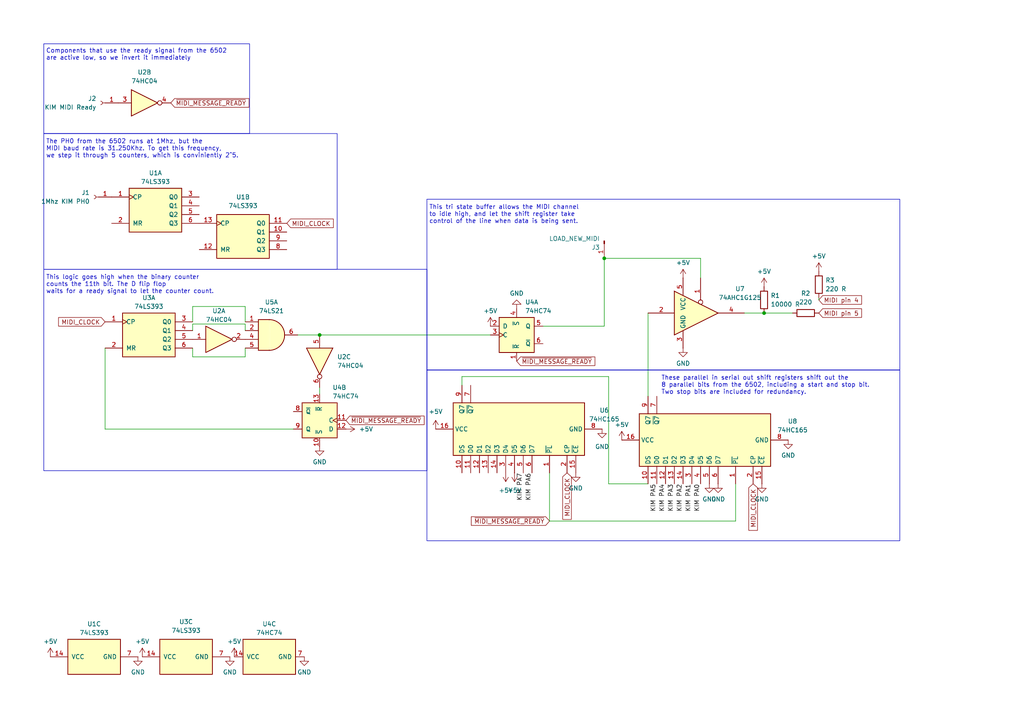
<source format=kicad_sch>
(kicad_sch (version 20250114) (generator "eeschema") (generator_version "9.0")
  (paper "A4")
  (title_block (title "6502-MIDI-Controller-Card") (date "2025-05-02") (rev "1") (company "Niranjan Mathirajan - M5"))
  (lib_symbols
    (symbol "74xGxx:74AHC1G125"
      (property "Reference" "U" (at -2.54 3.81 0))
      (property "Value" "74AHC1G125" (at 0 -3.81 0))
      (symbol "74AHC1G125_0_1"
        (polyline (pts (xy -7.62 6.35) (xy -7.62 -6.35) (xy 5.08 0) (xy -7.62 6.35)) (stroke (width 0.254)) (fill (type background)))
      )
      (symbol "74AHC1G125_1_1"
        (pin input line (at -15.24 0 0) (length 7.62) (name "~") (number "2"))
        (pin power_in line (at -5.08 10.16 270) (length 5.08) (name "VCC") (number "5"))
        (pin power_in line (at -5.08 -10.16 90) (length 5.08) (name "GND") (number "3"))
        (pin input inverted (at 0 10.16 270) (length 7.62) (name "~") (number "1"))
        (pin tri_state line (at 12.7 0 180) (length 7.62) (name "~") (number "4"))
      )
    )
    (symbol "74xx:74HC04"
      (property "Reference" "U" (at 0 1.27 0))
      (property "Value" "74HC04" (at 0 -1.27 0))
      (symbol "74HC04_1_0"
        (polyline (pts (xy -3.81 3.81) (xy -3.81 -3.81) (xy 3.81 0) (xy -3.81 3.81)) (stroke (width 0.254)) (fill (type background)))
        (pin input line (at -7.62 0 0) (length 3.81) (name "~") (number "1"))
        (pin output inverted (at 7.62 0 180) (length 3.81) (name "~") (number "2"))
      )
      (symbol "74HC04_2_0"
        (polyline (pts (xy -3.81 3.81) (xy -3.81 -3.81) (xy 3.81 0) (xy -3.81 3.81)) (stroke (width 0.254)) (fill (type background)))
        (pin input line (at -7.62 0 0) (length 3.81) (name "~") (number "3"))
        (pin output inverted (at 7.62 0 180) (length 3.81) (name "~") (number "4"))
      )
      (symbol "74HC04_3_0"
        (polyline (pts (xy -3.81 3.81) (xy -3.81 -3.81) (xy 3.81 0) (xy -3.81 3.81)) (stroke (width 0.254)) (fill (type background)))
        (pin input line (at -7.62 0 0) (length 3.81) (name "~") (number "5"))
        (pin output inverted (at 7.62 0 180) (length 3.81) (name "~") (number "6"))
      )
      (symbol "74HC04_4_0"
        (polyline (pts (xy -3.81 3.81) (xy -3.81 -3.81) (xy 3.81 0) (xy -3.81 3.81)) (stroke (width 0.254)) (fill (type background)))
        (pin input line (at -7.62 0 0) (length 3.81) (name "~") (number "9"))
        (pin output inverted (at 7.62 0 180) (length 3.81) (name "~") (number "8"))
      )
      (symbol "74HC04_5_0"
        (polyline (pts (xy -3.81 3.81) (xy -3.81 -3.81) (xy 3.81 0) (xy -3.81 3.81)) (stroke (width 0.254)) (fill (type background)))
        (pin input line (at -7.62 0 0) (length 3.81) (name "~") (number "11"))
        (pin output inverted (at 7.62 0 180) (length 3.81) (name "~") (number "10"))
      )
      (symbol "74HC04_6_0"
        (polyline (pts (xy -3.81 3.81) (xy -3.81 -3.81) (xy 3.81 0) (xy -3.81 3.81)) (stroke (width 0.254)) (fill (type background)))
        (pin input line (at -7.62 0 0) (length 3.81) (name "~") (number "13"))
        (pin output inverted (at 7.62 0 180) (length 3.81) (name "~") (number "12"))
      )
      (symbol "74HC04_7_0"
        (pin power_in line (at 0 12.7 270) (length 5.08) (name "VCC") (number "14"))
        (pin power_in line (at 0 -12.7 90) (length 5.08) (name "GND") (number "7"))
      )
      (symbol "74HC04_7_1"
        (rectangle (start -5.08 7.62) (end 5.08 -7.62) (stroke (width 0.254)) (fill (type background)))
      )
    )
    (symbol "74xx:74HC165"
      (property "Reference" "U" (at -7.62 19.05 0))
      (property "Value" "74HC165" (at -7.62 -21.59 0))
      (symbol "74HC165_1_0"
        (pin input line (at -12.7 15.24 0) (length 5.08) (name "DS") (number "10"))
        (pin input line (at -12.7 12.7 0) (length 5.08) (name "D0") (number "11"))
        (pin input line (at -12.7 10.16 0) (length 5.08) (name "D1") (number "12"))
        (pin input line (at -12.7 7.62 0) (length 5.08) (name "D2") (number "13"))
        (pin input line (at -12.7 5.08 0) (length 5.08) (name "D3") (number "14"))
        (pin input line (at -12.7 2.54 0) (length 5.08) (name "D4") (number "3"))
        (pin input line (at -12.7 0 0) (length 5.08) (name "D5") (number "4"))
        (pin input line (at -12.7 -2.54 0) (length 5.08) (name "D6") (number "5"))
        (pin input line (at -12.7 -5.08 0) (length 5.08) (name "D7") (number "6"))
        (pin input line (at -12.7 -10.16 0) (length 5.08) (name "~{PL}") (number "1"))
        (pin input line (at -12.7 -15.24 0) (length 5.08) (name "CP") (number "2"))
        (pin input line (at -12.7 -17.78 0) (length 5.08) (name "~{CE}") (number "15"))
        (pin power_in line (at 0 22.86 270) (length 5.08) (name "VCC") (number "16"))
        (pin power_in line (at 0 -25.4 90) (length 5.08) (name "GND") (number "8"))
        (pin output line (at 12.7 15.24 180) (length 5.08) (name "Q7") (number "9"))
        (pin output line (at 12.7 12.7 180) (length 5.08) (name "~{Q7}") (number "7"))
      )
      (symbol "74HC165_1_1"
        (rectangle (start -7.62 17.78) (end 7.62 -20.32) (stroke (width 0.254)) (fill (type background)))
      )
    )
    (symbol "74xx:74HC74" (pin_names (offset 1.016))
      (property "Reference" "U" (at -7.62 8.89 0))
      (property "Value" "74HC74" (at -7.62 -8.89 0))
      (symbol "74HC74_1_0"
        (pin input line (at -7.62 2.54 0) (length 2.54) (name "D") (number "2"))
        (pin input clock (at -7.62 0 0) (length 2.54) (name "C") (number "3"))
        (pin input line (at 0 7.62 270) (length 2.54) (name "~{S}") (number "4"))
        (pin input line (at 0 -7.62 90) (length 2.54) (name "~{R}") (number "1"))
        (pin output line (at 7.62 2.54 180) (length 2.54) (name "Q") (number "5"))
        (pin output line (at 7.62 -2.54 180) (length 2.54) (name "~{Q}") (number "6"))
      )
      (symbol "74HC74_1_1"
        (rectangle (start -5.08 5.08) (end 5.08 -5.08) (stroke (width 0.254)) (fill (type background)))
      )
      (symbol "74HC74_2_0"
        (pin input line (at -7.62 2.54 0) (length 2.54) (name "D") (number "12"))
        (pin input clock (at -7.62 0 0) (length 2.54) (name "C") (number "11"))
        (pin input line (at 0 7.62 270) (length 2.54) (name "~{S}") (number "10"))
        (pin input line (at 0 -7.62 90) (length 2.54) (name "~{R}") (number "13"))
        (pin output line (at 7.62 2.54 180) (length 2.54) (name "Q") (number "9"))
        (pin output line (at 7.62 -2.54 180) (length 2.54) (name "~{Q}") (number "8"))
      )
      (symbol "74HC74_2_1"
        (rectangle (start -5.08 5.08) (end 5.08 -5.08) (stroke (width 0.254)) (fill (type background)))
      )
      (symbol "74HC74_3_0"
        (pin power_in line (at 0 10.16 270) (length 2.54) (name "VCC") (number "14"))
        (pin power_in line (at 0 -10.16 90) (length 2.54) (name "GND") (number "7"))
      )
      (symbol "74HC74_3_1"
        (rectangle (start -5.08 7.62) (end 5.08 -7.62) (stroke (width 0.254)) (fill (type background)))
      )
    )
    (symbol "74xx:74LS21" (pin_names (offset 1.016))
      (property "Reference" "U" (at 0 1.27 0))
      (property "Value" "74LS21" (at 0 -1.27 0))
      (symbol "74LS21_1_1"
        (arc (start -0.635 4.445) (mid 3.7907 0) (end -0.635 -4.445) (stroke (width 0.254)) (fill (type background)))
        (polyline (pts (xy -0.635 4.445) (xy -3.81 4.445) (xy -3.81 -4.445) (xy -0.635 -4.445)) (stroke (width 0.254)) (fill (type background)))
        (pin input line (at -7.62 3.81 0) (length 3.81) (name "~") (number "1"))
        (pin input line (at -7.62 1.27 0) (length 3.81) (name "~") (number "2"))
        (pin input line (at -7.62 -1.27 0) (length 3.81) (name "~") (number "4"))
        (pin input line (at -7.62 -3.81 0) (length 3.81) (name "~") (number "5"))
        (pin output line (at 7.62 0 180) (length 3.81) (name "~") (number "6"))
      )
      (symbol "74LS21_1_2"
        (arc (start -3.81 4.445) (mid -2.5908 0) (end -3.81 -4.445) (stroke (width 0.254)))
        (polyline (pts (xy -3.81 4.445) (xy -0.635 4.445)) (stroke (width 0.254)) (fill (type background)))
        (polyline (pts (xy -3.81 -4.445) (xy -0.635 -4.445)) (stroke (width 0.254)) (fill (type background)))
        (arc (start -0.6096 4.445) (mid 2.2198 2.8385) (end 3.81 0) (stroke (width 0.254)) (fill (type background)))
        (arc (start 3.81 0) (mid 2.224 -2.8428) (end -0.6096 -4.445) (stroke (width 0.254)) (fill (type background)))
        (polyline (pts (xy -0.635 4.445) (xy -3.81 4.445) (xy -3.81 4.445) (xy -3.6322 4.0894) (xy -3.0988 2.921) (xy -2.7686 1.6764) (xy -2.6162 0.4318) (xy -2.6416 -0.8636) (xy -2.8702 -2.1082) (xy -3.2512 -3.3274) (xy -3.81 -4.445) (xy -3.81 -4.445) (xy -0.635 -4.445)) (stroke (width -25.4)) (fill (type background)))
        (pin input inverted (at -7.62 3.81 0) (length 3.81) (name "~") (number "1"))
        (pin input inverted (at -7.62 1.27 0) (length 4.826) (name "~") (number "2"))
        (pin input inverted (at -7.62 -1.27 0) (length 4.826) (name "~") (number "4"))
        (pin input inverted (at -7.62 -3.81 0) (length 3.81) (name "~") (number "5"))
        (pin output inverted (at 7.62 0 180) (length 3.81) (name "~") (number "6"))
      )
      (symbol "74LS21_2_1"
        (arc (start -0.635 4.445) (mid 3.7907 0) (end -0.635 -4.445) (stroke (width 0.254)) (fill (type background)))
        (polyline (pts (xy -0.635 4.445) (xy -3.81 4.445) (xy -3.81 -4.445) (xy -0.635 -4.445)) (stroke (width 0.254)) (fill (type background)))
        (pin input line (at -7.62 3.81 0) (length 3.81) (name "~") (number "9"))
        (pin input line (at -7.62 1.27 0) (length 3.81) (name "~") (number "10"))
        (pin input line (at -7.62 -1.27 0) (length 3.81) (name "~") (number "12"))
        (pin input line (at -7.62 -3.81 0) (length 3.81) (name "~") (number "13"))
        (pin output line (at 7.62 0 180) (length 3.81) (name "~") (number "8"))
      )
      (symbol "74LS21_2_2"
        (arc (start -3.81 4.445) (mid -2.5908 0) (end -3.81 -4.445) (stroke (width 0.254)))
        (polyline (pts (xy -3.81 4.445) (xy -0.635 4.445)) (stroke (width 0.254)) (fill (type background)))
        (polyline (pts (xy -3.81 -4.445) (xy -0.635 -4.445)) (stroke (width 0.254)) (fill (type background)))
        (arc (start -0.6096 4.445) (mid 2.2198 2.8385) (end 3.81 0) (stroke (width 0.254)) (fill (type background)))
        (arc (start 3.81 0) (mid 2.224 -2.8428) (end -0.6096 -4.445) (stroke (width 0.254)) (fill (type background)))
        (polyline (pts (xy -0.635 4.445) (xy -3.81 4.445) (xy -3.81 4.445) (xy -3.6322 4.0894) (xy -3.0988 2.921) (xy -2.7686 1.6764) (xy -2.6162 0.4318) (xy -2.6416 -0.8636) (xy -2.8702 -2.1082) (xy -3.2512 -3.3274) (xy -3.81 -4.445) (xy -3.81 -4.445) (xy -0.635 -4.445)) (stroke (width -25.4)) (fill (type background)))
        (pin input inverted (at -7.62 3.81 0) (length 3.81) (name "~") (number "9"))
        (pin input inverted (at -7.62 1.27 0) (length 4.826) (name "~") (number "10"))
        (pin input inverted (at -7.62 -1.27 0) (length 4.826) (name "~") (number "12"))
        (pin input inverted (at -7.62 -3.81 0) (length 3.81) (name "~") (number "13"))
        (pin output inverted (at 7.62 0 180) (length 3.81) (name "~") (number "8"))
      )
      (symbol "74LS21_3_0"
        (pin power_in line (at 0 12.7 270) (length 5.08) (name "VCC") (number "14"))
        (pin power_in line (at 0 -12.7 90) (length 5.08) (name "GND") (number "7"))
      )
      (symbol "74LS21_3_1"
        (rectangle (start -5.08 7.62) (end 5.08 -7.62) (stroke (width 0.254)) (fill (type background)))
      )
    )
    (symbol "74xx:74LS393" (pin_names (offset 1.016))
      (property "Reference" "U" (at -7.62 8.89 0))
      (property "Value" "74LS393" (at -7.62 -8.89 0))
      (symbol "74LS393_1_0"
        (pin input clock (at -12.7 2.54 0) (length 5.08) (name "CP") (number "1"))
        (pin input line (at -12.7 -5.08 0) (length 5.08) (name "MR") (number "2"))
        (pin output line (at 12.7 2.54 180) (length 5.08) (name "Q0") (number "3"))
        (pin output line (at 12.7 0 180) (length 5.08) (name "Q1") (number "4"))
        (pin output line (at 12.7 -2.54 180) (length 5.08) (name "Q2") (number "5"))
        (pin output line (at 12.7 -5.08 180) (length 5.08) (name "Q3") (number "6"))
      )
      (symbol "74LS393_1_1"
        (rectangle (start -7.62 5.08) (end 7.62 -7.62) (stroke (width 0.254)) (fill (type background)))
      )
      (symbol "74LS393_2_0"
        (pin input clock (at -12.7 2.54 0) (length 5.08) (name "CP") (number "13"))
        (pin input line (at -12.7 -5.08 0) (length 5.08) (name "MR") (number "12"))
        (pin output line (at 12.7 2.54 180) (length 5.08) (name "Q0") (number "11"))
        (pin output line (at 12.7 0 180) (length 5.08) (name "Q1") (number "10"))
        (pin output line (at 12.7 -2.54 180) (length 5.08) (name "Q2") (number "9"))
        (pin output line (at 12.7 -5.08 180) (length 5.08) (name "Q3") (number "8"))
      )
      (symbol "74LS393_2_1"
        (rectangle (start -7.62 5.08) (end 7.62 -7.62) (stroke (width 0.254)) (fill (type background)))
      )
      (symbol "74LS393_3_0"
        (pin power_in line (at 0 12.7 270) (length 5.08) (name "VCC") (number "14"))
        (pin power_in line (at 0 -12.7 90) (length 5.08) (name "GND") (number "7"))
      )
      (symbol "74LS393_3_1"
        (rectangle (start -5.08 7.62) (end 5.08 -7.62) (stroke (width 0.254)) (fill (type background)))
      )
    )
    (symbol "Connector:Conn_01x01_Pin" (pin_names (offset 1.016) (hide yes))
      (property "Reference" "J" (at 0 2.54 0))
      (property "Value" "Conn_01x01_Pin" (at 0 -2.54 0))
      (symbol "Conn_01x01_Pin_1_1"
        (rectangle (start 0.8636 0.127) (end 0 -0.127) (stroke (width 0.1524)) (fill (type outline)))
        (polyline (pts (xy 1.27 0) (xy 0.8636 0)) (stroke (width 0.1524)))
        (pin passive line (at 5.08 0 180) (length 3.81) (name "Pin_1") (number "1"))
      )
    )
    (symbol "Connector:Conn_01x01_Socket" (pin_names (offset 1.016) (hide yes))
      (property "Reference" "J" (at 0 2.54 0))
      (property "Value" "Conn_01x01_Socket" (at 0 -2.54 0))
      (symbol "Conn_01x01_Socket_1_1"
        (polyline (pts (xy -1.27 0) (xy -0.508 0)) (stroke (width 0.1524)))
        (arc (start 0 -0.508) (mid -0.5058 0) (end 0 0.508) (stroke (width 0.1524)))
        (pin passive line (at -5.08 0 0) (length 3.81) (name "Pin_1") (number "1"))
      )
    )
    (symbol "Device:R" (pin_numbers (hide yes)) (pin_names (offset 0))
      (property "Reference" "R" (at 2.032 0 90))
      (property "Value" "R" (at 0 0 90))
      (symbol "R_0_1"
        (rectangle (start -1.016 -2.54) (end 1.016 2.54) (stroke (width 0.254)))
      )
      (symbol "R_1_1"
        (pin passive line (at 0 3.81 270) (length 1.27) (name "~") (number "1"))
        (pin passive line (at 0 -3.81 90) (length 1.27) (name "~") (number "2"))
      )
    )
    (symbol "power:+5V" (power) (pin_numbers (hide yes)) (pin_names (offset 0) (hide yes))
      (property "Value" "+5V" (at 0 3.556 0))
      (symbol "+5V_0_1"
        (polyline (pts (xy -0.762 1.27) (xy 0 2.54)))
        (polyline (pts (xy 0 2.54) (xy 0.762 1.27)))
        (polyline (pts (xy 0 0) (xy 0 2.54)))
      )
      (symbol "+5V_1_1"
        (pin power_in line (at 0 0 90) (length 0) (name "~") (number "1"))
      )
    )
    (symbol "power:GND" (power) (pin_numbers (hide yes)) (pin_names (offset 0) (hide yes))
      (property "Value" "GND" (at 0 -3.81 0))
      (symbol "GND_0_1"
        (polyline (pts (xy 0 0) (xy 0 -1.27) (xy 1.27 -1.27) (xy 0 -2.54) (xy -1.27 -1.27) (xy 0 -1.27)))
      )
      (symbol "GND_1_1"
        (pin power_in line (at 0 0 270) (length 0) (name "~") (number "1"))
      )
    )
  )
  (rectangle (start 123.825 57.785) (end 260.985 107.315))
  (rectangle (start 123.825 107.315) (end 260.985 156.845))
  (rectangle (start 12.7 12.7) (end 72.39 38.735))
  (rectangle (start 12.7 38.735) (end 97.79 78.105))
  (rectangle (start 12.7 78.105) (end 123.825 136.525))
  (text "These parallel in serial out shift registers shift out the \n8 parallel bits from the 6502, including a start and stop bit.\nTwo stop bits are included for redundancy." (at 191.77 111.76 0) (effects (font (size 1.27 1.27)) (justify left)))
  (text "This tri state buffer allows the MIDI channel\nto idle high, and let the shift register take \ncontrol of the line when data is being sent." (at 124.46 62.23 0) (effects (font (size 1.27 1.27)) (justify left)))
  (text "This logic goes high when the binary counter \ncounts the 11th bit. The D flip flop \nwaits for a ready signal to let the counter count." (at 13.335 82.55 0) (effects (font (size 1.27 1.27)) (justify left)))
  (text "Components that use the ready signal from the 6502\nare active low, so we invert it immediately\n" (at 13.335 15.875 0) (effects (font (size 1.27 1.27)) (justify left)))
  (text "The PH0 from the 6502 runs at 1Mhz, but the \nMIDI baud rate is 31.250Khz. To get this frequency, \nwe step it through 5 counters, which is conviniently 2^5.\n" (at 13.335 43.18 0) (effects (font (size 1.27 1.27)) (justify left)))
  (junction (at 175.26 74.93))
  (junction (at 221.615 90.805))
  (junction (at 92.71 97.155))
  (wire (pts (xy 187.96 90.805) (xy 187.96 114.935)))
  (wire (pts (xy 71.12 93.98) (xy 71.12 95.885)))
  (wire (pts (xy 176.53 140.335) (xy 187.96 140.335)))
  (wire (pts (xy 203.2 80.645) (xy 203.2 74.93)))
  (wire (pts (xy 159.385 137.16) (xy 159.385 151.13)))
  (wire (pts (xy 55.88 93.98) (xy 71.12 93.98)))
  (wire (pts (xy 221.615 90.805) (xy 229.87 90.805)))
  (wire (pts (xy 92.71 112.395) (xy 92.71 114.3)))
  (wire (pts (xy 86.36 97.155) (xy 92.71 97.155)))
  (wire (pts (xy 176.53 109.22) (xy 176.53 140.335)))
  (wire (pts (xy 213.36 151.13) (xy 213.36 140.335)))
  (wire (pts (xy 55.88 88.9) (xy 71.12 88.9)))
  (wire (pts (xy 55.88 103.505) (xy 55.88 100.965)))
  (wire (pts (xy 71.12 88.9) (xy 71.12 93.345)))
  (wire (pts (xy 175.26 74.93) (xy 175.26 94.615)))
  (wire (pts (xy 55.88 93.98) (xy 55.88 95.885)))
  (wire (pts (xy 215.9 90.805) (xy 221.615 90.805)))
  (wire (pts (xy 175.26 74.93) (xy 203.2 74.93)))
  (wire (pts (xy 55.88 103.505) (xy 71.12 103.505)))
  (wire (pts (xy 159.385 151.13) (xy 213.36 151.13)))
  (wire (pts (xy 71.12 103.505) (xy 71.12 100.965)))
  (wire (pts (xy 92.71 97.155) (xy 142.24 97.155)))
  (wire (pts (xy 133.985 109.22) (xy 176.53 109.22)))
  (wire (pts (xy 30.48 100.965) (xy 30.48 124.46)))
  (wire (pts (xy 175.26 94.615) (xy 157.48 94.615)))
  (wire (pts (xy 237.49 86.995) (xy 237.49 86.36)))
  (wire (pts (xy 55.88 88.9) (xy 55.88 93.345)))
  (wire (pts (xy 133.985 111.76) (xy 133.985 109.22)))
  (wire (pts (xy 30.48 124.46) (xy 85.09 124.46)))
  (label "KIM PA3" (at 195.58 140.335 270))
  (label "KIM PA2" (at 198.12 140.335 270))
  (label "KIM PA0" (at 203.2 140.335 270))
  (label "KIM PA5" (at 190.5 140.335 270))
  (label "KIM PA1" (at 200.66 140.335 270))
  (label "KIM PA7" (at 151.765 137.16 270))
  (label "KIM PA4" (at 193.04 140.335 270))
  (label "KIM PA6" (at 154.305 137.16 270))
  (global_label "MIDI_CLOCK" (shape input) (at 30.48 93.345 180) (property "Intersheetrefs" "${INTERSHEET_REFS}" (effects (hide yes))))
  (global_label "~{MIDI_MESSAGE_READY}" (shape input) (at 49.53 29.845 0) (property "Intersheetrefs" "${INTERSHEET_REFS}" (effects (hide yes))))
  (global_label "~{MIDI_MESSAGE_READY}" (shape input) (at 159.385 151.13 180) (property "Intersheetrefs" "${INTERSHEET_REFS}" (effects (hide yes))))
  (global_label "MIDI pin 5" (shape input) (at 237.49 90.805 0) (property "Intersheetrefs" "${INTERSHEET_REFS}" (effects (hide yes))))
  (global_label "~{MIDI_MESSAGE_READY}" (shape input) (at 100.33 121.92 0) (property "Intersheetrefs" "${INTERSHEET_REFS}" (effects (hide yes))))
  (global_label "MIDI_CLOCK" (shape input) (at 83.185 64.77 0) (property "Intersheetrefs" "${INTERSHEET_REFS}" (effects (hide yes))))
  (global_label "MIDI pin 4" (shape input) (at 237.49 86.995 0) (property "Intersheetrefs" "${INTERSHEET_REFS}" (effects (hide yes))))
  (global_label "MIDI_CLOCK" (shape input) (at 164.465 137.16 270) (property "Intersheetrefs" "${INTERSHEET_REFS}" (effects (hide yes))))
  (global_label "MIDI_CLOCK" (shape input) (at 218.44 140.335 270) (property "Intersheetrefs" "${INTERSHEET_REFS}" (effects (hide yes))))
  (global_label "~{MIDI_MESSAGE_READY}" (shape input) (at 149.86 104.775 0) (property "Intersheetrefs" "${INTERSHEET_REFS}" (effects (hide yes))))
  (symbol (lib_id "74xx:74HC74") (at 78.105 190.5 90) (unit 3)
    (property "Reference" "U4" (at 78.105 180.975 90))
    (property "Value" "74HC74" (at 78.105 183.515 90))
    (property "Datasheet" "74xx/74hc_hct74.pdf" (effects (hide yes)))
    (property "Description" "Dual D Flip-flop, Set & Reset" (effects (hide yes)))
  )
  (symbol (lib_id "74xx:74HC165") (at 149.225 124.46 90) (unit 1)
    (property "Reference" "U6" (at 175.26 119.0146 90))
    (property "Value" "74HC165" (at 175.26 121.5546 90))
    (property "Datasheet" "https://assets.nexperia.com/documents/data-sheet/74HC_HCT165.pdf" (effects (hide yes)))
    (property "Description" "Shift Register, 8-bit, Parallel Load" (effects (hide yes)))
  )
  (symbol (lib_id "Connector:Conn_01x01_Socket") (at 29.21 29.845 0) (mirror y) (unit 1)
    (property "Reference" "J2" (at 27.94 28.5749 0) (effects (justify left)))
    (property "Value" "KIM MIDI Ready" (at 27.94 31.1149 0) (effects (justify left)))
    (property "Description" "Generic connector, single row, 01x01, script generated" (effects (hide yes)))
  )
  (symbol (lib_id "power:+5V") (at 237.49 78.74 0) (unit 1)
    (property "Reference" "#PWR024" (effects (hide yes)))
    (property "Value" "+5V" (at 237.49 74.295 0))
    (property "Description" "Power symbol creates a global label with name \"+5V\"" (effects (hide yes)))
  )
  (symbol (lib_id "power:GND") (at 149.86 89.535 180) (unit 1)
    (property "Reference" "#PWR013" (effects (hide yes)))
    (property "Value" "GND" (at 149.86 85.09 0))
    (property "Description" "Power symbol creates a global label with name \"GND\" , ground" (effects (hide yes)))
  )
  (symbol (lib_id "power:GND") (at 208.28 140.335 0) (unit 1)
    (property "Reference" "#PWR020" (effects (hide yes)))
    (property "Value" "GND" (at 208.28 144.78 0))
    (property "Description" "Power symbol creates a global label with name \"GND\" , ground" (effects (hide yes)))
  )
  (symbol (lib_id "power:GND") (at 174.625 124.46 0) (unit 1)
    (property "Reference" "#PWR015" (effects (hide yes)))
    (property "Value" "GND" (at 174.625 129.54 0))
    (property "Description" "Power symbol creates a global label with name \"GND\" , ground" (effects (hide yes)))
  )
  (symbol (lib_id "74xx:74LS393") (at 53.975 190.5 90) (unit 3)
    (property "Reference" "U3" (at 53.975 180.34 90))
    (property "Value" "74LS393" (at 53.975 182.88 90))
    (property "Datasheet" "74xx\\74LS393.pdf" (effects (hide yes)))
    (property "Description" "Dual BCD 4-bit counter" (effects (hide yes)))
  )
  (symbol (lib_id "power:GND") (at 88.265 190.5 0) (unit 1)
    (property "Reference" "#PWR06" (effects (hide yes)))
    (property "Value" "GND" (at 88.265 194.945 0))
    (property "Description" "Power symbol creates a global label with name \"GND\" , ground" (effects (hide yes)))
  )
  (symbol (lib_id "power:+5V") (at 126.365 124.46 0) (unit 1)
    (property "Reference" "#PWR09" (effects (hide yes)))
    (property "Value" "+5V" (at 126.365 119.38 0))
    (property "Description" "Power symbol creates a global label with name \"+5V\"" (effects (hide yes)))
  )
  (symbol (lib_id "74xx:74HC74") (at 149.86 97.155 0) (unit 1)
    (property "Reference" "U4" (at 152.3063 87.63 0) (effects (justify left)))
    (property "Value" "74HC74" (at 152.3063 90.17 0) (effects (justify left)))
    (property "Datasheet" "74xx/74hc_hct74.pdf" (effects (hide yes)))
    (property "Description" "Dual D Flip-flop, Set & Reset" (effects (hide yes)))
  )
  (symbol (lib_id "74xx:74HC165") (at 203.2 127.635 90) (unit 1)
    (property "Reference" "U8" (at 229.87 122.1896 90))
    (property "Value" "74HC165" (at 229.87 124.7296 90))
    (property "Datasheet" "https://assets.nexperia.com/documents/data-sheet/74HC_HCT165.pdf" (effects (hide yes)))
    (property "Description" "Shift Register, 8-bit, Parallel Load" (effects (hide yes)))
  )
  (symbol (lib_id "power:+5V") (at 146.685 137.16 180) (unit 1)
    (property "Reference" "#PWR011" (effects (hide yes)))
    (property "Value" "+5V" (at 146.685 142.24 0))
    (property "Description" "Power symbol creates a global label with name \"+5V\"" (effects (hide yes)))
  )
  (symbol (lib_id "Device:R") (at 237.49 82.55 0) (unit 1)
    (property "Reference" "R3" (at 239.395 81.2799 0) (effects (justify left)))
    (property "Value" "220 R" (at 239.395 83.8199 0) (effects (justify left)))
    (property "Description" "Resistor" (effects (hide yes)))
  )
  (symbol (lib_id "power:+5V") (at 14.605 190.5 0) (unit 1)
    (property "Reference" "#PWR01" (effects (hide yes)))
    (property "Value" "+5V" (at 14.605 186.055 0))
    (property "Description" "Power symbol creates a global label with name \"+5V\"" (effects (hide yes)))
  )
  (symbol (lib_id "74xx:74HC04") (at 92.71 104.775 270) (unit 3)
    (property "Reference" "U2" (at 97.79 103.505 90) (effects (justify left)))
    (property "Value" "74HC04" (at 97.79 106.045 90) (effects (justify left)))
    (property "Datasheet" "https://assets.nexperia.com/documents/data-sheet/74HC_HCT04.pdf" (effects (hide yes)))
    (property "Description" "Hex Inverter" (effects (hide yes)))
  )
  (symbol (lib_id "74xGxx:74AHC1G125") (at 203.2 90.805 0) (unit 1)
    (property "Reference" "U7" (at 214.63 83.7789 0))
    (property "Value" "74AHC1G125" (at 214.63 86.3189 0))
    (property "Datasheet" "http://www.ti.com/lit/sg/scyt129e/scyt129e.pdf" (effects (hide yes)))
    (property "Description" "Single Buffer Gate Tri-State, Low-Voltage CMOS" (effects (hide yes)))
  )
  (symbol (lib_id "power:GND") (at 167.005 137.16 0) (unit 1)
    (property "Reference" "#PWR014" (effects (hide yes)))
    (property "Value" "GND" (at 167.005 141.605 0))
    (property "Description" "Power symbol creates a global label with name \"GND\" , ground" (effects (hide yes)))
  )
  (symbol (lib_id "power:+5V") (at 149.225 137.16 180) (unit 1)
    (property "Reference" "#PWR012" (effects (hide yes)))
    (property "Value" "+5V" (at 149.225 142.24 0))
    (property "Description" "Power symbol creates a global label with name \"+5V\"" (effects (hide yes)))
  )
  (symbol (lib_id "74xx:74HC04") (at 63.5 98.425 0) (unit 1)
    (property "Reference" "U2" (at 63.5 90.17 0))
    (property "Value" "74HC04" (at 63.5 92.71 0))
    (property "Datasheet" "https://assets.nexperia.com/documents/data-sheet/74HC_HCT04.pdf" (effects (hide yes)))
    (property "Description" "Hex Inverter" (effects (hide yes)))
  )
  (symbol (lib_id "74xx:74LS393") (at 45.085 59.69 0) (unit 1)
    (property "Reference" "U1" (at 45.085 50.165 0))
    (property "Value" "74LS393" (at 45.085 52.705 0))
    (property "Datasheet" "74xx\\74LS393.pdf" (effects (hide yes)))
    (property "Description" "Dual BCD 4-bit counter" (effects (hide yes)))
  )
  (symbol (lib_id "power:+5V") (at 180.34 127.635 0) (unit 1)
    (property "Reference" "#PWR016" (effects (hide yes)))
    (property "Value" "+5V" (at 180.34 123.19 0))
    (property "Description" "Power symbol creates a global label with name \"+5V\"" (effects (hide yes)))
  )
  (symbol (lib_id "Connector:Conn_01x01_Pin") (at 175.26 69.85 270) (unit 1)
    (property "Reference" "J3" (at 173.99 71.755 90) (effects (justify right)))
    (property "Value" "LOAD_NEW_MIDI" (at 173.99 69.215 90) (effects (justify right)))
    (property "Description" "Generic connector, single row, 01x01, script generated" (effects (hide yes)))
  )
  (symbol (lib_id "power:+5V") (at 100.33 124.46 270) (unit 1)
    (property "Reference" "#PWR08" (effects (hide yes)))
    (property "Value" "+5V" (at 104.14 124.46 90) (effects (justify left)))
    (property "Description" "Power symbol creates a global label with name \"+5V\"" (effects (hide yes)))
  )
  (symbol (lib_id "power:GND") (at 228.6 127.635 0) (unit 1)
    (property "Reference" "#PWR023" (effects (hide yes)))
    (property "Value" "GND" (at 228.6 132.08 0))
    (property "Description" "Power symbol creates a global label with name \"GND\" , ground" (effects (hide yes)))
  )
  (symbol (lib_id "power:GND") (at 40.005 190.5 0) (unit 1)
    (property "Reference" "#PWR02" (effects (hide yes)))
    (property "Value" "GND" (at 40.005 194.945 0))
    (property "Description" "Power symbol creates a global label with name \"GND\" , ground" (effects (hide yes)))
  )
  (symbol (lib_id "power:GND") (at 205.74 140.335 0) (unit 1)
    (property "Reference" "#PWR019" (effects (hide yes)))
    (property "Value" "GND" (at 205.74 144.78 0))
    (property "Description" "Power symbol creates a global label with name \"GND\" , ground" (effects (hide yes)))
  )
  (symbol (lib_id "74xx:74LS393") (at 27.305 190.5 90) (unit 3)
    (property "Reference" "U1" (at 27.305 180.975 90))
    (property "Value" "74LS393" (at 27.305 183.515 90))
    (property "Datasheet" "74xx\\74LS393.pdf" (effects (hide yes)))
    (property "Description" "Dual BCD 4-bit counter" (effects (hide yes)))
  )
  (symbol (lib_id "74xx:74LS393") (at 43.18 95.885 0) (unit 1)
    (property "Reference" "U3" (at 43.18 86.36 0))
    (property "Value" "74LS393" (at 43.18 88.9 0))
    (property "Datasheet" "74xx\\74LS393.pdf" (effects (hide yes)))
    (property "Description" "Dual BCD 4-bit counter" (effects (hide yes)))
  )
  (symbol (lib_id "74xx:74HC74") (at 92.71 121.92 180) (unit 2)
    (property "Reference" "U4" (at 96.4341 112.395 0) (effects (justify right)))
    (property "Value" "74HC74" (at 96.4341 114.935 0) (effects (justify right)))
    (property "Datasheet" "74xx/74hc_hct74.pdf" (effects (hide yes)))
    (property "Description" "Dual D Flip-flop, Set & Reset" (effects (hide yes)))
  )
  (symbol (lib_id "power:+5V") (at 41.275 190.5 0) (unit 1)
    (property "Reference" "#PWR03" (effects (hide yes)))
    (property "Value" "+5V" (at 41.275 186.055 0))
    (property "Description" "Power symbol creates a global label with name \"+5V\"" (effects (hide yes)))
  )
  (symbol (lib_id "74xx:74LS21") (at 78.74 97.155 0) (unit 1)
    (property "Reference" "U5" (at 78.7303 87.63 0))
    (property "Value" "74LS21" (at 78.7303 90.17 0))
    (property "Datasheet" "http://www.ti.com/lit/gpn/sn74LS21" (effects (hide yes)))
    (property "Description" "Dual 4-input AND" (effects (hide yes)))
  )
  (symbol (lib_id "power:GND") (at 92.71 129.54 0) (unit 1)
    (property "Reference" "#PWR07" (effects (hide yes)))
    (property "Value" "GND" (at 92.71 133.985 0))
    (property "Description" "Power symbol creates a global label with name \"GND\" , ground" (effects (hide yes)))
  )
  (symbol (lib_id "power:+5V") (at 142.24 94.615 0) (unit 1)
    (property "Reference" "#PWR010" (effects (hide yes)))
    (property "Value" "+5V" (at 142.24 90.17 0))
    (property "Description" "Power symbol creates a global label with name \"+5V\"" (effects (hide yes)))
  )
  (symbol (lib_id "power:+5V") (at 198.12 80.645 0) (unit 1)
    (property "Reference" "#PWR017" (effects (hide yes)))
    (property "Value" "+5V" (at 198.12 76.2 0))
    (property "Description" "Power symbol creates a global label with name \"+5V\"" (effects (hide yes)))
  )
  (symbol (lib_id "Device:R") (at 233.68 90.805 90) (unit 1)
    (property "Reference" "R2" (at 233.68 85.09 90))
    (property "Value" "220" (at 233.68 87.63 90))
    (property "Description" "Resistor" (effects (hide yes)))
  )
  (symbol (lib_id "Device:R") (at 221.615 86.995 0) (unit 1)
    (property "Reference" "R1" (at 223.52 85.7249 0) (effects (justify left)))
    (property "Value" "10000 R" (at 223.52 88.2649 0) (effects (justify left)))
    (property "Description" "Resistor" (effects (hide yes)))
  )
  (symbol (lib_id "Connector:Conn_01x01_Socket") (at 27.305 57.15 0) (mirror y) (unit 1)
    (property "Reference" "J1" (at 26.035 55.8799 0) (effects (justify left)))
    (property "Value" "1Mhz KIM PH0" (at 26.035 58.4199 0) (effects (justify left)))
    (property "Description" "Generic connector, single row, 01x01, script generated" (effects (hide yes)))
  )
  (symbol (lib_id "power:GND") (at 198.12 100.965 0) (unit 1)
    (property "Reference" "#PWR018" (effects (hide yes)))
    (property "Value" "GND" (at 198.12 105.41 0))
    (property "Description" "Power symbol creates a global label with name \"GND\" , ground" (effects (hide yes)))
  )
  (symbol (lib_id "power:+5V") (at 221.615 83.185 0) (unit 1)
    (property "Reference" "#PWR022" (effects (hide yes)))
    (property "Value" "+5V" (at 221.615 78.74 0))
    (property "Description" "Power symbol creates a global label with name \"+5V\"" (effects (hide yes)))
  )
  (symbol (lib_id "74xx:74HC04") (at 41.91 29.845 0) (unit 2)
    (property "Reference" "U2" (at 41.91 20.955 0))
    (property "Value" "74HC04" (at 41.91 23.495 0))
    (property "Datasheet" "https://assets.nexperia.com/documents/data-sheet/74HC_HCT04.pdf" (effects (hide yes)))
    (property "Description" "Hex Inverter" (effects (hide yes)))
  )
  (symbol (lib_id "power:+5V") (at 67.945 190.5 0) (unit 1)
    (property "Reference" "#PWR05" (effects (hide yes)))
    (property "Value" "+5V" (at 67.945 186.055 0))
    (property "Description" "Power symbol creates a global label with name \"+5V\"" (effects (hide yes)))
  )
  (symbol (lib_id "power:GND") (at 220.98 140.335 0) (unit 1)
    (property "Reference" "#PWR021" (effects (hide yes)))
    (property "Value" "GND" (at 220.98 144.78 0))
    (property "Description" "Power symbol creates a global label with name \"GND\" , ground" (effects (hide yes)))
  )
  (symbol (lib_id "power:GND") (at 66.675 190.5 0) (unit 1)
    (property "Reference" "#PWR04" (effects (hide yes)))
    (property "Value" "GND" (at 66.675 194.945 0))
    (property "Description" "Power symbol creates a global label with name \"GND\" , ground" (effects (hide yes)))
  )
  (symbol (lib_id "74xx:74LS393") (at 70.485 67.31 0) (unit 2)
    (property "Reference" "U1" (at 70.485 57.15 0))
    (property "Value" "74LS393" (at 70.485 59.69 0))
    (property "Datasheet" "74xx\\74LS393.pdf" (effects (hide yes)))
    (property "Description" "Dual BCD 4-bit counter" (effects (hide yes)))
  )
)
</source>
